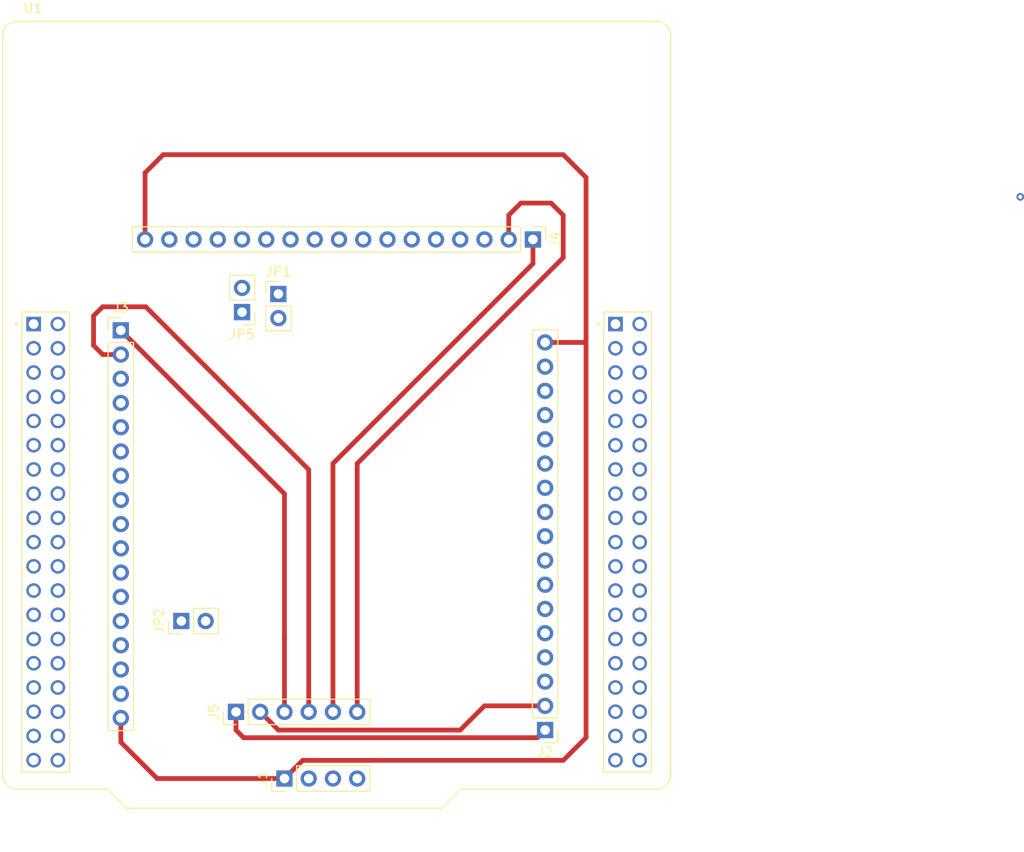
<source format=kicad_pcb>
(kicad_pcb (version 20211014) (generator pcbnew)
  (layers (0 "F.Cu" signal) (31 "B.Cu" signal) (34 "B.Paste" user) (35 "F.Paste" user) (36 "B.SilkS" user "B.Silkscreen") (37 "F.SilkS" user "F.Silkscreen") (38 "B.Mask" user) (39 "F.Mask" user) (44 "Edge.Cuts" user))
  (net 0 "")
  (net 1 "GND")
  (net 2 "3V3")
  (net 4 "TRACK0_0")
  (net 5 "TRACK0_1")
  (net 6 "VSENSE0_0")
  (net 15 "5VCPU")
  (net 42 "VSENSE0_1")
  (net 44 "PWM0_1")
  (net 45 "PWM0_2")
  (net 50 "CT0_1")
  (net 51 "CT0_2")
  (net 52 "CT0_3")
  (net 54 "12V")
  (net 57 "+5V")
  (net 59 "TRACK1_0")
  (net 65 "TRACK1_1")
  (net 66 "VSENSE1_0")
  (net 67 "VSENSE1_1")
  (net 73 "PWM1_1")
  (net 74 "PWM1_2")
  (net 79 "CT1_1")
  (net 80 "CT1_2")
  (net 81 "CT1_3")
  (net 83 "TRACK2_0")
  (net 84 "TRACK2_1")
  (net 85 "VSENSE2_0")
  (net 86 "VSENSE2_1")
  (net 88 "PWM2_1")
  (net 89 "PWM2_2")
  (net 94 "CT2_1")
  (net 95 "CT2_2")
  (net 96 "CT2_3")
  (net 104 "Net-(U1-PadCN10_15)")
  (net 105 "Net-(U1-PadCN10_13)")
  (net 106 "Net-(JP2-Pad1)")
  (footprint "Connector_PinHeader_2.54mm:PinHeader_1x04_P2.54mm_Vertical" (layer "F.Cu") (at 99.06 115.57 90)
    (fp_text reference "J1" (at 0 -2.33 90) (layer "F.SilkS"))
    (fp_text value "Conn_01x04_Female")
    (fp_line (start -1.33 0) (end -1.33 -1.33) (layer "F.SilkS") (width 0.12))
    (fp_line (start -1.33 1.27) (end 1.33 1.27) (layer "F.SilkS") (width 0.12))
    (fp_line (start -1.33 -1.33) (end 0 -1.33) (layer "F.SilkS") (width 0.12))
    (fp_line (start 1.33 1.27) (end 1.33 8.95) (layer "F.SilkS") (width 0.12))
    (fp_line (start -1.33 8.95) (end 1.33 8.95) (layer "F.SilkS") (width 0.12))
    (fp_line (start -1.33 1.27) (end -1.33 8.95) (layer "F.SilkS") (width 0.12))
    (pad "1" thru_hole rect (at 0 0 90) (size 1.7 1.7) (drill 1) (layers *.Cu *.Mask) (net 54 "12V"))
    (pad "2" thru_hole oval (at 0 2.54 90) (size 1.7 1.7) (drill 1) (layers *.Cu *.Mask) (net 1 "GND"))
    (pad "3" thru_hole oval (at 0 5.08 90) (size 1.7 1.7) (drill 1) (layers *.Cu *.Mask) (net 57 "+5V"))
    (pad "4" thru_hole oval (at 0 7.62 90) (size 1.7 1.7) (drill 1) (layers *.Cu *.Mask))
  )
  (footprint "Connector_PinHeader_2.54mm:PinHeader_1x02_P2.54mm_Vertical" (layer "F.Cu") (at 94.615 66.675 180)
    (fp_text reference "JP5" (at 0 -2.33) (layer "F.SilkS"))
    (fp_text value "SJ")
    (fp_line (start -1.33 1.27) (end -1.33 3.87) (layer "F.SilkS") (width 0.12))
    (fp_line (start -1.33 1.27) (end 1.33 1.27) (layer "F.SilkS") (width 0.12))
    (fp_line (start -1.33 0) (end -1.33 -1.33) (layer "F.SilkS") (width 0.12))
    (fp_line (start 1.33 1.27) (end 1.33 3.87) (layer "F.SilkS") (width 0.12))
    (fp_line (start -1.33 3.87) (end 1.33 3.87) (layer "F.SilkS") (width 0.12))
    (fp_line (start -1.33 -1.33) (end 0 -1.33) (layer "F.SilkS") (width 0.12))
    (pad "1" thru_hole rect (at 0 0 180) (size 1.7 1.7) (drill 1) (layers *.Cu *.Mask) (net 105 "Net-(U1-PadCN10_13)"))
    (pad "2" thru_hole oval (at 0 2.54 180) (size 1.7 1.7) (drill 1) (layers *.Cu *.Mask) (net 94 "CT2_1"))
  )
  (footprint "Connector_PinHeader_2.54mm:PinHeader_1x17_P2.54mm_Vertical" (layer "F.Cu") (at 125.095 59.055 -90)
    (fp_text reference "J4" (at 0 -2.33 90) (layer "F.SilkS"))
    (fp_text value "Conn_01x18")
    (fp_line (start -1.33 0) (end -1.33 -1.33) (layer "F.SilkS") (width 0.12))
    (fp_line (start -1.33 1.27) (end -1.33 41.97) (layer "F.SilkS") (width 0.12))
    (fp_line (start 1.33 1.27) (end 1.33 41.97) (layer "F.SilkS") (width 0.12))
    (fp_line (start -1.33 -1.33) (end 0 -1.33) (layer "F.SilkS") (width 0.12))
    (fp_line (start -1.33 41.97) (end 1.33 41.97) (layer "F.SilkS") (width 0.12))
    (fp_line (start -1.33 1.27) (end 1.33 1.27) (layer "F.SilkS") (width 0.12))
    (pad "1" thru_hole rect (at 0 0 270) (size 1.7 1.7) (drill 1) (layers *.Cu *.Mask) (net 83 "TRACK2_0"))
    (pad "2" thru_hole oval (at 0 2.54 270) (size 1.7 1.7) (drill 1) (layers *.Cu *.Mask) (net 84 "TRACK2_1"))
    (pad "3" thru_hole oval (at 0 5.08 270) (size 1.7 1.7) (drill 1) (layers *.Cu *.Mask) (net 85 "VSENSE2_0"))
    (pad "4" thru_hole oval (at 0 7.62 270) (size 1.7 1.7) (drill 1) (layers *.Cu *.Mask) (net 86 "VSENSE2_1"))
    (pad "5" thru_hole oval (at 0 10.16 270) (size 1.7 1.7) (drill 1) (layers *.Cu *.Mask))
    (pad "6" thru_hole oval (at 0 12.7 270) (size 1.7 1.7) (drill 1) (layers *.Cu *.Mask) (net 88 "PWM2_1"))
    (pad "7" thru_hole oval (at 0 15.24 270) (size 1.7 1.7) (drill 1) (layers *.Cu *.Mask) (net 89 "PWM2_2"))
    (pad "8" thru_hole oval (at 0 17.78 270) (size 1.7 1.7) (drill 1) (layers *.Cu *.Mask))
    (pad "9" thru_hole oval (at 0 20.32 270) (size 1.7 1.7) (drill 1) (layers *.Cu *.Mask))
    (pad "10" thru_hole oval (at 0 22.86 270) (size 1.7 1.7) (drill 1) (layers *.Cu *.Mask))
    (pad "11" thru_hole oval (at 0 25.4 270) (size 1.7 1.7) (drill 1) (layers *.Cu *.Mask))
    (pad "12" thru_hole oval (at 0 27.94 270) (size 1.7 1.7) (drill 1) (layers *.Cu *.Mask) (net 94 "CT2_1"))
    (pad "13" thru_hole oval (at 0 30.48 270) (size 1.7 1.7) (drill 1) (layers *.Cu *.Mask) (net 95 "CT2_2"))
    (pad "14" thru_hole oval (at 0 33.02 270) (size 1.7 1.7) (drill 1) (layers *.Cu *.Mask) (net 96 "CT2_3"))
    (pad "15" thru_hole oval (at 0 35.56 270) (size 1.7 1.7) (drill 1) (layers *.Cu *.Mask))
    (pad "16" thru_hole oval (at 0 38.1 270) (size 1.7 1.7) (drill 1) (layers *.Cu *.Mask) (net 1 "GND"))
    (pad "17" thru_hole oval (at 0 40.64 270) (size 1.7 1.7) (drill 1) (layers *.Cu *.Mask) (net 54 "12V"))
  )
  (footprint "Connector_PinHeader_2.54mm:PinHeader_1x17_P2.54mm_Vertical" (layer "F.Cu") (at 126.365 110.49 180)
    (fp_text reference "J2" (at 0 -2.33) (layer "F.SilkS"))
    (fp_text value "Conn_01x18")
    (fp_line (start -1.33 0) (end -1.33 -1.33) (layer "F.SilkS") (width 0.12))
    (fp_line (start -1.33 41.97) (end 1.33 41.97) (layer "F.SilkS") (width 0.12))
    (fp_line (start -1.33 1.27) (end -1.33 41.97) (layer "F.SilkS") (width 0.12))
    (fp_line (start -1.33 1.27) (end 1.33 1.27) (layer "F.SilkS") (width 0.12))
    (fp_line (start 1.33 1.27) (end 1.33 41.97) (layer "F.SilkS") (width 0.12))
    (fp_line (start -1.33 -1.33) (end 0 -1.33) (layer "F.SilkS") (width 0.12))
    (pad "1" thru_hole rect (at 0 0 180) (size 1.7 1.7) (drill 1) (layers *.Cu *.Mask) (net 4 "TRACK0_0"))
    (pad "2" thru_hole oval (at 0 2.54 180) (size 1.7 1.7) (drill 1) (layers *.Cu *.Mask) (net 5 "TRACK0_1"))
    (pad "3" thru_hole oval (at 0 5.08 180) (size 1.7 1.7) (drill 1) (layers *.Cu *.Mask) (net 6 "VSENSE0_0"))
    (pad "4" thru_hole oval (at 0 7.62 180) (size 1.7 1.7) (drill 1) (layers *.Cu *.Mask) (net 42 "VSENSE0_1"))
    (pad "5" thru_hole oval (at 0 10.16 180) (size 1.7 1.7) (drill 1) (layers *.Cu *.Mask))
    (pad "6" thru_hole oval (at 0 12.7 180) (size 1.7 1.7) (drill 1) (layers *.Cu *.Mask) (net 44 "PWM0_1"))
    (pad "7" thru_hole oval (at 0 15.24 180) (size 1.7 1.7) (drill 1) (layers *.Cu *.Mask) (net 45 "PWM0_2"))
    (pad "8" thru_hole oval (at 0 17.78 180) (size 1.7 1.7) (drill 1) (layers *.Cu *.Mask))
    (pad "9" thru_hole oval (at 0 20.32 180) (size 1.7 1.7) (drill 1) (layers *.Cu *.Mask))
    (pad "10" thru_hole oval (at 0 22.86 180) (size 1.7 1.7) (drill 1) (layers *.Cu *.Mask))
    (pad "11" thru_hole oval (at 0 25.4 180) (size 1.7 1.7) (drill 1) (layers *.Cu *.Mask))
    (pad "12" thru_hole oval (at 0 27.94 180) (size 1.7 1.7) (drill 1) (layers *.Cu *.Mask) (net 50 "CT0_1"))
    (pad "13" thru_hole oval (at 0 30.48 180) (size 1.7 1.7) (drill 1) (layers *.Cu *.Mask) (net 51 "CT0_2"))
    (pad "14" thru_hole oval (at 0 33.02 180) (size 1.7 1.7) (drill 1) (layers *.Cu *.Mask) (net 52 "CT0_3"))
    (pad "15" thru_hole oval (at 0 35.56 180) (size 1.7 1.7) (drill 1) (layers *.Cu *.Mask))
    (pad "16" thru_hole oval (at 0 38.1 180) (size 1.7 1.7) (drill 1) (layers *.Cu *.Mask) (net 1 "GND"))
    (pad "17" thru_hole oval (at 0 40.64 180) (size 1.7 1.7) (drill 1) (layers *.Cu *.Mask) (net 54 "12V"))
  )
  (footprint "Connector_PinHeader_2.54mm:PinHeader_1x02_P2.54mm_Vertical" (layer "F.Cu") (at 88.26 99.06 90)
    (fp_text reference "JP2" (at 0 -2.33 90) (layer "F.SilkS"))
    (fp_text value "SJ")
    (fp_line (start -1.33 1.27) (end -1.33 3.87) (layer "F.SilkS") (width 0.12))
    (fp_line (start -1.33 -1.33) (end 0 -1.33) (layer "F.SilkS") (width 0.12))
    (fp_line (start -1.33 1.27) (end 1.33 1.27) (layer "F.SilkS") (width 0.12))
    (fp_line (start -1.33 0) (end -1.33 -1.33) (layer "F.SilkS") (width 0.12))
    (fp_line (start -1.33 3.87) (end 1.33 3.87) (layer "F.SilkS") (width 0.12))
    (fp_line (start 1.33 1.27) (end 1.33 3.87) (layer "F.SilkS") (width 0.12))
    (pad "1" thru_hole rect (at 0 0 90) (size 1.7 1.7) (drill 1) (layers *.Cu *.Mask) (net 106 "Net-(JP2-Pad1)"))
    (pad "2" thru_hole oval (at 0 2.54 90) (size 1.7 1.7) (drill 1) (layers *.Cu *.Mask) (net 96 "CT2_3"))
  )
  (footprint "nucleo-64:MODULE_NUCLEO-G491REnoard" (layer "F.Cu") (at 104.53 77.435)
    (fp_text reference "U1" (at -31.825 -42.635) (layer "F.SilkS"))
    (fp_text value "NUCLEO-G491RE")
    (fp_line (start -24 39.25) (end -33.5 39.25) (layer "F.SilkS") (width 0.127))
    (fp_line (start -27.98 37.48) (end -27.98 -10.78) (layer "F.SilkS") (width 0.127))
    (fp_line (start 27.98 -10.78) (end 27.98 37.48) (layer "F.SilkS") (width 0.127))
    (fp_line (start 13 39.25) (end 11 41.25) (layer "F.SilkS") (width 0.127))
    (fp_line (start 32.98 -10.78) (end 27.98 -10.78) (layer "F.SilkS") (width 0.127))
    (fp_line (start 27.98 37.48) (end 32.98 37.48) (layer "F.SilkS") (width 0.127))
    (fp_line (start -27.98 -10.78) (end -32.98 -10.78) (layer "F.SilkS") (width 0.127))
    (fp_line (start 11 41.25) (end -22 41.25) (layer "F.SilkS") (width 0.127))
    (fp_line (start -35 37.75) (end -35 -39.75) (layer "F.SilkS") (width 0.127))
    (fp_line (start -22 41.25) (end -24 39.25) (layer "F.SilkS") (width 0.127))
    (fp_line (start -32.98 -10.78) (end -32.98 37.48) (layer "F.SilkS") (width 0.127))
    (fp_line (start 35 -39.75) (end 35 37.75) (layer "F.SilkS") (width 0.127))
    (fp_line (start -32.98 37.48) (end -27.98 37.48) (layer "F.SilkS") (width 0.127))
    (fp_line (start 33.5 39.25) (end 13 39.25) (layer "F.SilkS") (width 0.127))
    (fp_line (start -33.5 -41.25) (end 33.5 -41.25) (layer "F.SilkS") (width 0.127))
    (fp_line (start 32.98 37.48) (end 32.98 -10.78) (layer "F.SilkS") (width 0.127))
    (fp_arc (start -35 -39.75) (mid -34.56066 -40.81066) (end -33.5 -41.25) (layer "F.SilkS") (width 0.127))
    (fp_arc (start -33.5 39.25) (mid -34.56066 38.81066) (end -35 37.75) (layer "F.SilkS") (width 0.127))
    (fp_arc (start 35 37.75) (mid 34.56066 38.81066) (end 33.5 39.25) (layer "F.SilkS") (width 0.127))
    (fp_arc (start 33.5 -41.25) (mid 34.56066 -40.81066) (end 35 -39.75) (layer "F.SilkS") (width 0.127))
    (fp_circle (center 27.46 -9.51) (end 27.56 -9.51) (layer "F.SilkS") (width 0.2) (fill none))
    (fp_circle (center -33.5 -9.51) (end -33.4 -9.51) (layer "F.SilkS") (width 0.2) (fill none))
    (pad "" np_thru_hole circle (at -24.13 -13.32) (size 3 3) (drill 3) (layers *.Cu *.Mask))
    (pad "" np_thru_hole circle (at 24.13 -12.05) (size 3 3) (drill 3) (layers *.Cu *.Mask))
    (pad "" np_thru_hole circle (at 8.89 38.75) (size 3 3) (drill 3) (layers *.Cu *.Mask))
    (pad "CN7_1" thru_hole rect (at -31.75 -9.51) (size 1.53 1.53) (drill 1.02) (layers *.Cu *.Mask))
    (pad "CN7_2" thru_hole circle (at -29.21 -9.51) (size 1.53 1.53) (drill 1.02) (layers *.Cu *.Mask))
    (pad "CN7_3" thru_hole circle (at -31.75 -6.97) (size 1.53 1.53) (drill 1.02) (layers *.Cu *.Mask))
    (pad "CN7_4" thru_hole circle (at -29.21 -6.97) (size 1.53 1.53) (drill 1.02) (layers *.Cu *.Mask))
    (pad "CN7_5" thru_hole circle (at -31.75 -4.43) (size 1.53 1.53) (drill 1.02) (layers *.Cu *.Mask))
    (pad "CN7_6" thru_hole circle (at -29.21 -4.43) (size 1.53 1.53) (drill 1.02) (layers *.Cu *.Mask))
    (pad "CN7_7" thru_hole circle (at -31.75 -1.89) (size 1.53 1.53) (drill 1.02) (layers *.Cu *.Mask))
    (pad "CN7_8" thru_hole circle (at -29.21 -1.89) (size 1.53 1.53) (drill 1.02) (layers *.Cu *.Mask) (net 1 "GND"))
    (pad "CN7_9" thru_hole circle (at -31.75 0.65) (size 1.53 1.53) (drill 1.02) (layers *.Cu *.Mask))
    (pad "CN7_10" thru_hole circle (at -29.21 0.65) (size 1.53 1.53) (drill 1.02) (layers *.Cu *.Mask))
    (pad "CN7_11" thru_hole circle (at -31.75 3.19) (size 1.53 1.53) (drill 1.02) (layers *.Cu *.Mask))
    (pad "CN7_12" thru_hole circle (at -29.21 3.19) (size 1.53 1.53) (drill 1.02) (layers *.Cu *.Mask))
    (pad "CN7_13" thru_hole circle (at -31.75 5.73) (size 1.53 1.53) (drill 1.02) (layers *.Cu *.Mask))
    (pad "CN7_14" thru_hole circle (at -29.21 5.73) (size 1.53 1.53) (drill 1.02) (layers *.Cu *.Mask))
    (pad "CN7_15" thru_hole circle (at -31.75 8.27) (size 1.53 1.53) (drill 1.02) (layers *.Cu *.Mask))
    (pad "CN7_16" thru_hole circle (at -29.21 8.27) (size 1.53 1.53) (drill 1.02) (layers *.Cu *.Mask) (net 2 "3V3"))
    (pad "CN7_17" thru_hole circle (at -31.75 10.81) (size 1.53 1.53) (drill 1.02) (layers *.Cu *.Mask))
    (pad "CN7_18" thru_hole circle (at -29.21 10.81) (size 1.53 1.53) (drill 1.02) (layers *.Cu *.Mask) (net 15 "5VCPU"))
    (pad "CN7_19" thru_hole circle (at -31.75 13.35) (size 1.53 1.53) (drill 1.02) (layers *.Cu *.Mask) (net 1 "GND"))
    (pad "CN7_20" thru_hole circle (at -29.21 13.35) (size 1.53 1.53) (drill 1.02) (layers *.Cu *.Mask) (net 1 "GND"))
    (pad "CN7_21" thru_hole circle (at -31.75 15.89) (size 1.53 1.53) (drill 1.02) (layers *.Cu *.Mask))
    (pad "CN7_22" thru_hole circle (at -29.21 15.89) (size 1.53 1.53) (drill 1.02) (layers *.Cu *.Mask) (net 1 "GND"))
    (pad "CN7_23" thru_hole circle (at -31.75 18.43) (size 1.53 1.53) (drill 1.02) (layers *.Cu *.Mask))
    (pad "CN7_24" thru_hole circle (at -29.21 18.43) (size 1.53 1.53) (drill 1.02) (layers *.Cu *.Mask))
    (pad "CN7_25" thru_hole circle (at -31.75 20.97) (size 1.53 1.53) (drill 1.02) (layers *.Cu *.Mask))
    (pad "CN7_26" thru_hole circle (at -29.21 20.97) (size 1.53 1.53) (drill 1.02) (layers *.Cu *.Mask))
    (pad "CN7_27" thru_hole circle (at -31.75 23.51) (size 1.53 1.53) (drill 1.02) (layers *.Cu *.Mask))
    (pad "CN7_28" thru_hole circle (at -29.21 23.51) (size 1.53 1.53) (drill 1.02) (layers *.Cu *.Mask))
    (pad "CN7_29" thru_hole circle (at -31.75 26.05) (size 1.53 1.53) (drill 1.02) (layers *.Cu *.Mask))
    (pad "CN7_30" thru_hole circle (at -29.21 26.05) (size 1.53 1.53) (drill 1.02) (layers *.Cu *.Mask))
    (pad "CN7_31" thru_hole circle (at -31.75 28.59) (size 1.53 1.53) (drill 1.02) (layers *.Cu *.Mask))
    (pad "CN7_32" thru_hole circle (at -29.21 28.59) (size 1.53 1.53) (drill 1.02) (layers *.Cu *.Mask))
    (pad "CN7_33" thru_hole circle (at -31.75 31.13) (size 1.53 1.53) (drill 1.02) (layers *.Cu *.Mask))
    (pad "CN7_34" thru_hole circle (at -29.21 31.13) (size 1.53 1.53) (drill 1.02) (layers *.Cu *.Mask))
    (pad "CN7_35" thru_hole circle (at -31.75 33.67) (size 1.53 1.53) (drill 1.02) (layers *.Cu *.Mask))
    (pad "CN7_36" thru_hole circle (at -29.21 33.67) (size 1.53 1.53) (drill 1.02) (layers *.Cu *.Mask))
    (pad "CN7_37" thru_hole circle (at -31.75 36.21) (size 1.53 1.53) (drill 1.02) (layers *.Cu *.Mask))
    (pad "CN7_38" thru_hole circle (at -29.21 36.21) (size 1.53 1.53) (drill 1.02) (layers *.Cu *.Mask))
    (pad "CN10_1" thru_hole rect (at 29.21 -9.51) (size 1.53 1.53) (drill 1.02) (layers *.Cu *.Mask))
    (pad "CN10_2" thru_hole circle (at 31.75 -9.51) (size 1.53 1.53) (drill 1.02) (layers *.Cu *.Mask))
    (pad "CN10_3" thru_hole circle (at 29.21 -6.97) (size 1.53 1.53) (drill 1.02) (layers *.Cu *.Mask))
    (pad "CN10_4" thru_hole circle (at 31.75 -6.97) (size 1.53 1.53) (drill 1.02) (layers *.Cu *.Mask))
    (pad "CN10_5" thru_hole circle (at 29.21 -4.43) (size 1.53 1.53) (drill 1.02) (layers *.Cu *.Mask))
    (pad "CN10_6" thru_hole circle (at 31.75 -4.43) (size 1.53 1.53) (drill 1.02) (layers *.Cu *.Mask))
    (pad "CN10_7" thru_hole circle (at 29.21 -1.89) (size 1.53 1.53) (drill 1.02) (layers *.Cu *.Mask))
    (pad "CN10_8" thru_hole circle (at 31.75 -1.89) (size 1.53 1.53) (drill 1.02) (layers *.Cu *.Mask))
    (pad "CN10_9" thru_hole circle (at 29.21 0.65) (size 1.53 1.53) (drill 1.02) (layers *.Cu *.Mask) (net 1 "GND"))
    (pad "CN10_10" thru_hole circle (at 31.75 0.65) (size 1.53 1.53) (drill 1.02) (layers *.Cu *.Mask))
    (pad "CN10_11" thru_hole circle (at 29.21 3.19) (size 1.53 1.53) (drill 1.02) (layers *.Cu *.Mask))
    (pad "CN10_12" thru_hole circle (at 31.75 3.19) (size 1.53 1.53) (drill 1.02) (layers *.Cu *.Mask))
    (pad "CN10_13" thru_hole circle (at 29.21 5.73) (size 1.53 1.53) (drill 1.02) (layers *.Cu *.Mask) (net 105 "Net-(U1-PadCN10_13)"))
    (pad "CN10_14" thru_hole circle (at 31.75 5.73) (size 1.53 1.53) (drill 1.02) (layers *.Cu *.Mask))
    (pad "CN10_15" thru_hole circle (at 29.21 8.27) (size 1.53 1.53) (drill 1.02) (layers *.Cu *.Mask) (net 104 "Net-(U1-PadCN10_15)"))
    (pad "CN10_16" thru_hole circle (at 31.75 8.27) (size 1.53 1.53) (drill 1.02) (layers *.Cu *.Mask))
    (pad "CN10_17" thru_hole circle (at 29.21 10.81) (size 1.53 1.53) (drill 1.02) (layers *.Cu *.Mask) (net 106 "Net-(JP2-Pad1)"))
    (pad "CN10_18" thru_hole circle (at 31.75 10.81) (size 1.53 1.53) (drill 1.02) (layers *.Cu *.Mask) (net 80 "CT1_2"))
    (pad "CN10_19" thru_hole circle (at 29.21 13.35) (size 1.53 1.53) (drill 1.02) (layers *.Cu *.Mask))
    (pad "CN10_20" thru_hole circle (at 31.75 13.35) (size 1.53 1.53) (drill 1.02) (layers *.Cu *.Mask) (net 1 "GND"))
    (pad "CN10_21" thru_hole circle (at 29.21 15.89) (size 1.53 1.53) (drill 1.02) (layers *.Cu *.Mask))
    (pad "CN10_22" thru_hole circle (at 31.75 15.89) (size 1.53 1.53) (drill 1.02) (layers *.Cu *.Mask) (net 79 "CT1_1"))
    (pad "CN10_23" thru_hole circle (at 29.21 18.43) (size 1.53 1.53) (drill 1.02) (layers *.Cu *.Mask))
    (pad "CN10_24" thru_hole circle (at 31.75 18.43) (size 1.53 1.53) (drill 1.02) (layers *.Cu *.Mask))
    (pad "CN10_25" thru_hole circle (at 29.21 20.97) (size 1.53 1.53) (drill 1.02) (layers *.Cu *.Mask) (net 50 "CT0_1"))
    (pad "CN10_26" thru_hole circle (at 31.75 20.97) (size 1.53 1.53) (drill 1.02) (layers *.Cu *.Mask))
    (pad "CN10_27" thru_hole circle (at 29.21 23.51) (size 1.53 1.53) (drill 1.02) (layers *.Cu *.Mask) (net 51 "CT0_2"))
    (pad "CN10_28" thru_hole circle (at 31.75 23.51) (size 1.53 1.53) (drill 1.02) (layers *.Cu *.Mask))
    (pad "CN10_29" thru_hole circle (at 29.21 26.05) (size 1.53 1.53) (drill 1.02) (layers *.Cu *.Mask) (net 52 "CT0_3"))
    (pad "CN10_30" thru_hole circle (at 31.75 26.05) (size 1.53 1.53) (drill 1.02) (layers *.Cu *.Mask) (net 80 "CT1_2"))
    (pad "CN10_31" thru_hole circle (at 29.21 28.59) (size 1.53 1.53) (drill 1.02) (layers *.Cu *.Mask))
    (pad "CN10_32" thru_hole circle (at 31.75 28.59) (size 1.53 1.53) (drill 1.02) (layers *.Cu *.Mask))
    (pad "CN10_33" thru_hole circle (at 29.21 31.13) (size 1.53 1.53) (drill 1.02) (layers *.Cu *.Mask))
    (pad "CN10_34" thru_hole circle (at 31.75 31.13) (size 1.53 1.53) (drill 1.02) (layers *.Cu *.Mask))
    (pad "CN10_35" thru_hole circle (at 29.21 33.67) (size 1.53 1.53) (drill 1.02) (layers *.Cu *.Mask))
    (pad "CN10_36" thru_hole circle (at 31.75 33.67) (size 1.53 1.53) (drill 1.02) (layers *.Cu *.Mask))
    (pad "CN10_37" thru_hole circle (at 29.21 36.21) (size 1.53 1.53) (drill 1.02) (layers *.Cu *.Mask))
    (pad "CN10_38" thru_hole circle (at 31.75 36.21) (size 1.53 1.53) (drill 1.02) (layers *.Cu *.Mask))
  )
  (footprint "Connector_PinHeader_2.54mm:PinHeader_1x02_P2.54mm_Vertical" (layer "F.Cu") (at 98.425 64.765)
    (fp_text reference "JP1" (at 0 -2.33) (layer "F.SilkS"))
    (fp_text value "SJ")
    (fp_line (start -1.33 0) (end -1.33 -1.33) (layer "F.SilkS") (width 0.12))
    (fp_line (start 1.33 1.27) (end 1.33 3.87) (layer "F.SilkS") (width 0.12))
    (fp_line (start -1.33 3.87) (end 1.33 3.87) (layer "F.SilkS") (width 0.12))
    (fp_line (start -1.33 -1.33) (end 0 -1.33) (layer "F.SilkS") (width 0.12))
    (fp_line (start -1.33 1.27) (end -1.33 3.87) (layer "F.SilkS") (width 0.12))
    (fp_line (start -1.33 1.27) (end 1.33 1.27) (layer "F.SilkS") (width 0.12))
    (pad "1" thru_hole rect (at 0 0) (size 1.7 1.7) (drill 1) (layers *.Cu *.Mask) (net 104 "Net-(U1-PadCN10_15)"))
    (pad "2" thru_hole oval (at 0 2.54) (size 1.7 1.7) (drill 1) (layers *.Cu *.Mask) (net 95 "CT2_2"))
  )
  (footprint "Connector_PinHeader_2.54mm:PinHeader_1x06_P2.54mm_Vertical" (layer "F.Cu") (at 93.98 108.585 90)
    (fp_text reference "J5" (at 0 -2.33 90) (layer "F.SilkS"))
    (fp_text value "Conn_01x06_Female")
    (fp_line (start -1.33 0) (end -1.33 -1.33) (layer "F.SilkS") (width 0.12))
    (fp_line (start -1.33 -1.33) (end 0 -1.33) (layer "F.SilkS") (width 0.12))
    (fp_line (start -1.33 1.27) (end 1.33 1.27) (layer "F.SilkS") (width 0.12))
    (fp_line (start -1.33 1.27) (end -1.33 14.03) (layer "F.SilkS") (width 0.12))
    (fp_line (start -1.33 14.03) (end 1.33 14.03) (layer "F.SilkS") (width 0.12))
    (fp_line (start 1.33 1.27) (end 1.33 14.03) (layer "F.SilkS") (width 0.12))
    (pad "1" thru_hole rect (at 0 0 90) (size 1.7 1.7) (drill 1) (layers *.Cu *.Mask) (net 4 "TRACK0_0"))
    (pad "2" thru_hole oval (at 0 2.54 90) (size 1.7 1.7) (drill 1) (layers *.Cu *.Mask) (net 5 "TRACK0_1"))
    (pad "3" thru_hole oval (at 0 5.08 90) (size 1.7 1.7) (drill 1) (layers *.Cu *.Mask) (net 59 "TRACK1_0"))
    (pad "4" thru_hole oval (at 0 7.62 90) (size 1.7 1.7) (drill 1) (layers *.Cu *.Mask) (net 65 "TRACK1_1"))
    (pad "5" thru_hole oval (at 0 10.16 90) (size 1.7 1.7) (drill 1) (layers *.Cu *.Mask) (net 83 "TRACK2_0"))
    (pad "6" thru_hole oval (at 0 12.7 90) (size 1.7 1.7) (drill 1) (layers *.Cu *.Mask) (net 84 "TRACK2_1"))
  )
  (footprint "Connector_PinHeader_2.54mm:PinHeader_1x17_P2.54mm_Vertical" (layer "F.Cu") (at 81.915 68.58)
    (fp_text reference "J3" (at 0 -2.33) (layer "F.SilkS"))
    (fp_text value "Conn_01x18")
    (fp_line (start 1.33 1.27) (end 1.33 41.97) (layer "F.SilkS") (width 0.12))
    (fp_line (start -1.33 -1.33) (end 0 -1.33) (layer "F.SilkS") (width 0.12))
    (fp_line (start -1.33 41.97) (end 1.33 41.97) (layer "F.SilkS") (width 0.12))
    (fp_line (start -1.33 1.27) (end -1.33 41.97) (layer "F.SilkS") (width 0.12))
    (fp_line (start -1.33 0) (end -1.33 -1.33) (layer "F.SilkS") (width 0.12))
    (fp_line (start -1.33 1.27) (end 1.33 1.27) (layer "F.SilkS") (width 0.12))
    (pad "1" thru_hole rect (at 0 0) (size 1.7 1.7) (drill 1) (layers *.Cu *.Mask) (net 59 "TRACK1_0"))
    (pad "2" thru_hole oval (at 0 2.54) (size 1.7 1.7) (drill 1) (layers *.Cu *.Mask) (net 65 "TRACK1_1"))
    (pad "3" thru_hole oval (at 0 5.08) (size 1.7 1.7) (drill 1) (layers *.Cu *.Mask) (net 66 "VSENSE1_0"))
    (pad "4" thru_hole oval (at 0 7.62) (size 1.7 1.7) (drill 1) (layers *.Cu *.Mask) (net 67 "VSENSE1_1"))
    (pad "5" thru_hole oval (at 0 10.16) (size 1.7 1.7) (drill 1) (layers *.Cu *.Mask))
    (pad "6" thru_hole oval (at 0 12.7) (size 1.7 1.7) (drill 1) (layers *.Cu *.Mask) (net 73 "PWM1_1"))
    (pad "7" thru_hole oval (at 0 15.24) (size 1.7 1.7) (drill 1) (layers *.Cu *.Mask) (net 74 "PWM1_2"))
    (pad "8" thru_hole oval (at 0 17.78) (size 1.7 1.7) (drill 1) (layers *.Cu *.Mask))
    (pad "9" thru_hole oval (at 0 20.32) (size 1.7 1.7) (drill 1) (layers *.Cu *.Mask))
    (pad "10" thru_hole oval (at 0 22.86) (size 1.7 1.7) (drill 1) (layers *.Cu *.Mask))
    (pad "11" thru_hole oval (at 0 25.4) (size 1.7 1.7) (drill 1) (layers *.Cu *.Mask))
    (pad "12" thru_hole oval (at 0 27.94) (size 1.7 1.7) (drill 1) (layers *.Cu *.Mask) (net 79 "CT1_1"))
    (pad "13" thru_hole oval (at 0 30.48) (size 1.7 1.7) (drill 1) (layers *.Cu *.Mask) (net 80 "CT1_2"))
    (pad "14" thru_hole oval (at 0 33.02) (size 1.7 1.7) (drill 1) (layers *.Cu *.Mask) (net 81 "CT1_3"))
    (pad "15" thru_hole oval (at 0 35.56) (size 1.7 1.7) (drill 1) (layers *.Cu *.Mask))
    (pad "16" thru_hole oval (at 0 38.1) (size 1.7 1.7) (drill 1) (layers *.Cu *.Mask) (net 1 "GND"))
    (pad "17" thru_hole oval (at 0 40.64) (size 1.7 1.7) (drill 1) (layers *.Cu *.Mask) (net 54 "12V"))
  )
  (via (at 176.154511 54.59) (size 0.8) (drill 0.4) (layers "F.Cu" "B.Cu") (net 0))
  (segment (start 93.98 110.49) (end 94.77952 111.28952) (width 0.5) (layer "F.Cu") (net 4))
  (segment (start 93.98 108.585) (end 93.98 110.49) (width 0.5) (layer "F.Cu") (net 4))
  (segment (start 94.77952 111.28952) (end 125.56548 111.28952) (width 0.5) (layer "F.Cu") (net 4))
  (segment (start 125.56548 111.28952) (end 126.365 110.49) (width 0.5) (layer "F.Cu") (net 4))
  (segment (start 117.475 110.49) (end 120.015 107.95) (width 0.5) (layer "F.Cu") (net 5))
  (segment (start 96.52 108.585) (end 98.425 110.49) (width 0.5) (layer "F.Cu") (net 5))
  (segment (start 120.015 107.95) (end 126.365 107.95) (width 0.5) (layer "F.Cu") (net 5))
  (segment (start 98.425 110.49) (end 117.475 110.49) (width 0.5) (layer "F.Cu") (net 5))
  (segment (start 81.915 111.76) (end 81.915 109.22) (width 0.5) (layer "F.Cu") (net 54))
  (segment (start 99.06 115.57) (end 100.965 113.665) (width 0.5) (layer "F.Cu") (net 54))
  (segment (start 130.659521 111.275479) (end 128.27 113.665) (width 0.5) (layer "F.Cu") (net 54))
  (segment (start 130.659521 52.554521) (end 130.659521 70.000479) (width 0.5) (layer "F.Cu") (net 54))
  (segment (start 130.659521 70.000479) (end 130.659521 111.275479) (width 0.5) (layer "F.Cu") (net 54))
  (segment (start 130.509042 69.85) (end 130.659521 70.000479) (width 0.5) (layer "F.Cu") (net 54))
  (segment (start 84.455 59.055) (end 84.455 52.07) (width 0.5) (layer "F.Cu") (net 54))
  (segment (start 85.725 115.57) (end 81.915 111.76) (width 0.5) (layer "F.Cu") (net 54))
  (segment (start 126.365 69.85) (end 130.509042 69.85) (width 0.5) (layer "F.Cu") (net 54))
  (segment (start 128.27 50.165) (end 130.659521 52.554521) (width 0.5) (layer "F.Cu") (net 54))
  (segment (start 100.965 113.665) (end 128.27 113.665) (width 0.5) (layer "F.Cu") (net 54))
  (segment (start 84.455 52.07) (end 86.36 50.165) (width 0.5) (layer "F.Cu") (net 54))
  (segment (start 86.36 50.165) (end 128.27 50.165) (width 0.5) (layer "F.Cu") (net 54))
  (segment (start 99.06 115.57) (end 85.725 115.57) (width 0.5) (layer "F.Cu") (net 54))
  (segment (start 99.06 85.725) (end 99.06 100.965) (width 0.5) (layer "F.Cu") (net 59))
  (segment (start 81.915 68.58) (end 99.06 85.725) (width 0.5) (layer "F.Cu") (net 59))
  (segment (start 99.06 100.965) (end 99.06 108.585) (width 0.5) (layer "F.Cu") (net 59))
  (segment (start 79.0575 67.067021) (end 80.01 66.114521) (width 0.5) (layer "F.Cu") (net 65))
  (segment (start 80.01 66.114521) (end 84.529521 66.114521) (width 0.5) (layer "F.Cu") (net 65))
  (segment (start 80.01 71.12) (end 79.0575 70.1675) (width 0.5) (layer "F.Cu") (net 65))
  (segment (start 101.6 83.185) (end 101.6 108.585) (width 0.5) (layer "F.Cu") (net 65))
  (segment (start 81.915 71.12) (end 80.01 71.12) (width 0.5) (layer "F.Cu") (net 65))
  (segment (start 84.529521 66.114521) (end 101.6 83.185) (width 0.5) (layer "F.Cu") (net 65))
  (segment (start 79.0575 70.1675) (end 79.0575 67.067021) (width 0.5) (layer "F.Cu") (net 65))
  (segment (start 104.14 108.585) (end 104.14 82.55) (width 0.5) (layer "F.Cu") (net 83))
  (segment (start 125.095 61.595) (end 125.095 59.055) (width 0.5) (layer "F.Cu") (net 83))
  (segment (start 104.14 82.55) (end 125.095 61.595) (width 0.5) (layer "F.Cu") (net 83))
  (segment (start 128.27 56.515) (end 128.27 60.96) (width 0.5) (layer "F.Cu") (net 84))
  (segment (start 106.68 82.55) (end 106.68 108.585) (width 0.5) (layer "F.Cu") (net 84))
  (segment (start 122.555 59.055) (end 122.555 56.515) (width 0.5) (layer "F.Cu") (net 84))
  (segment (start 127 55.245) (end 128.27 56.515) (width 0.5) (layer "F.Cu") (net 84))
  (segment (start 123.825 55.245) (end 127 55.245) (width 0.5) (layer "F.Cu") (net 84))
  (segment (start 128.27 60.96) (end 106.68 82.55) (width 0.5) (layer "F.Cu") (net 84))
  (segment (start 122.555 56.515) (end 123.825 55.245) (width 0.5) (layer "F.Cu") (net 84))
)
</source>
